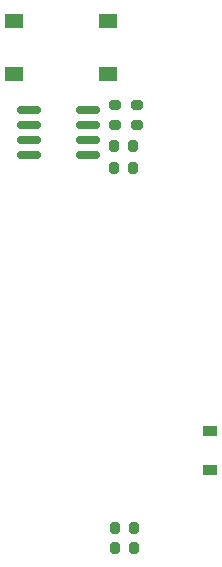
<source format=gbr>
%TF.GenerationSoftware,KiCad,Pcbnew,(6.0.0-0)*%
%TF.CreationDate,2022-08-30T21:51:56-06:00*%
%TF.ProjectId,FlippyControl,466c6970-7079-4436-9f6e-74726f6c2e6b,A*%
%TF.SameCoordinates,Original*%
%TF.FileFunction,Paste,Top*%
%TF.FilePolarity,Positive*%
%FSLAX46Y46*%
G04 Gerber Fmt 4.6, Leading zero omitted, Abs format (unit mm)*
G04 Created by KiCad (PCBNEW (6.0.0-0)) date 2022-08-30 21:51:56*
%MOMM*%
%LPD*%
G01*
G04 APERTURE LIST*
G04 Aperture macros list*
%AMRoundRect*
0 Rectangle with rounded corners*
0 $1 Rounding radius*
0 $2 $3 $4 $5 $6 $7 $8 $9 X,Y pos of 4 corners*
0 Add a 4 corners polygon primitive as box body*
4,1,4,$2,$3,$4,$5,$6,$7,$8,$9,$2,$3,0*
0 Add four circle primitives for the rounded corners*
1,1,$1+$1,$2,$3*
1,1,$1+$1,$4,$5*
1,1,$1+$1,$6,$7*
1,1,$1+$1,$8,$9*
0 Add four rect primitives between the rounded corners*
20,1,$1+$1,$2,$3,$4,$5,0*
20,1,$1+$1,$4,$5,$6,$7,0*
20,1,$1+$1,$6,$7,$8,$9,0*
20,1,$1+$1,$8,$9,$2,$3,0*%
G04 Aperture macros list end*
%ADD10RoundRect,0.200000X0.275000X-0.200000X0.275000X0.200000X-0.275000X0.200000X-0.275000X-0.200000X0*%
%ADD11RoundRect,0.200000X-0.275000X0.200000X-0.275000X-0.200000X0.275000X-0.200000X0.275000X0.200000X0*%
%ADD12R,1.550000X1.300000*%
%ADD13R,1.200000X0.900000*%
%ADD14RoundRect,0.200000X0.200000X0.275000X-0.200000X0.275000X-0.200000X-0.275000X0.200000X-0.275000X0*%
%ADD15RoundRect,0.150000X-0.825000X-0.150000X0.825000X-0.150000X0.825000X0.150000X-0.825000X0.150000X0*%
%ADD16RoundRect,0.200000X-0.200000X-0.275000X0.200000X-0.275000X0.200000X0.275000X-0.200000X0.275000X0*%
G04 APERTURE END LIST*
D10*
%TO.C,R3*%
X124348000Y-84140000D03*
X124348000Y-82490000D03*
%TD*%
D11*
%TO.C,R4*%
X122498000Y-82490000D03*
X122498000Y-84140000D03*
%TD*%
D12*
%TO.C,SW1*%
X121928000Y-75315000D03*
X113968000Y-75315000D03*
X121928000Y-79815000D03*
X113968000Y-79815000D03*
%TD*%
D13*
%TO.C,D1*%
X130498000Y-110065000D03*
X130498000Y-113365000D03*
%TD*%
D14*
%TO.C,R5*%
X124023000Y-85915000D03*
X122373000Y-85915000D03*
%TD*%
%TO.C,R6*%
X124023000Y-87765000D03*
X122373000Y-87765000D03*
%TD*%
D15*
%TO.C,U2*%
X115223000Y-82860000D03*
X115223000Y-84130000D03*
X115223000Y-85400000D03*
X115223000Y-86670000D03*
X120173000Y-86670000D03*
X120173000Y-85400000D03*
X120173000Y-84130000D03*
X120173000Y-82860000D03*
%TD*%
D16*
%TO.C,R2*%
X122473000Y-119965000D03*
X124123000Y-119965000D03*
%TD*%
%TO.C,R1*%
X122473000Y-118265000D03*
X124123000Y-118265000D03*
%TD*%
M02*

</source>
